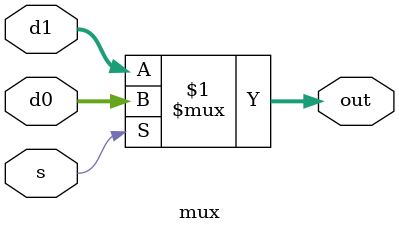
<source format=v>
`timescale 1ns / 1ps
module bidirectional_barrel_shifter(
	input [7:0] in,
	input [2:0] shamt,
	input dir,
	output [7:0] out
	);

	 reg [7:0] x2,x3,x1;
	 wire [7:0] y1,y2;
	 always @* begin
	 	if(dir==1)
			x1={in[3:0],4'b0};
	   else
			x1={4'b0,in[7:4]};
	 end
	 mux m1(.d1(in),.d0(x1),.s(shamt[2]),.out(y1));
	 
	 always @* begin
	 	if(dir==1)
			x2={y1[5:0],2'b0};
	   else
			x2={2'b0,y1[7:2]};
	 end
	 mux m2(.d1(y1),.d0(x2),.s(shamt[1]),.out(y2));
	 
	 always @* begin
	 	if(dir==1)
			x3={y2[6:0],1'b0};
	   else
			x3={1'b0,y2[7:1]};
	 end
	 mux m3(.d1(y2),.d0(x3),.s(shamt[0]),.out(out));
	 
endmodule

module mux(
    input [7:0] d1,
    input [7:0] d0,
    input s,
    output [7:0] out
    );
	 
	 assign out=s?d0:d1;

endmodule


</source>
